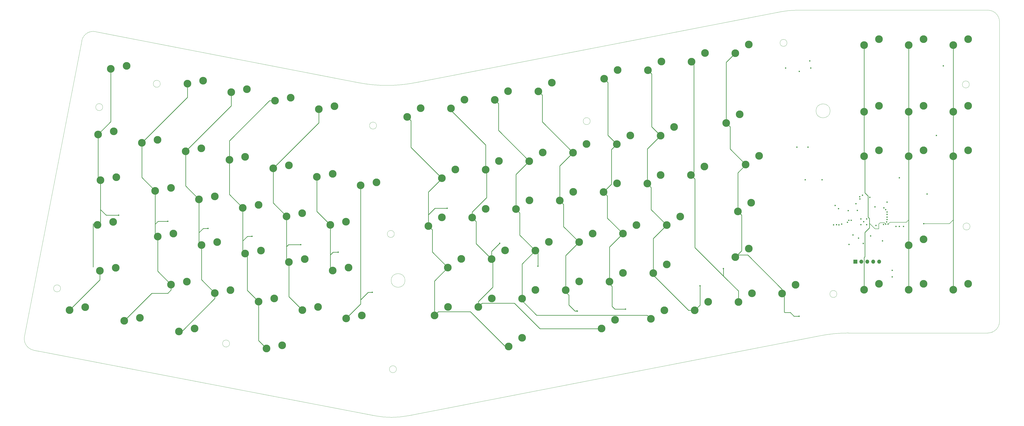
<source format=gbr>
%TF.GenerationSoftware,KiCad,Pcbnew,8.0.4*%
%TF.CreationDate,2024-08-17T15:03:33+09:00*%
%TF.ProjectId,ttaelgam,74746165-6c67-4616-9d2e-6b696361645f,rev?*%
%TF.SameCoordinates,Original*%
%TF.FileFunction,Copper,L2,Inr*%
%TF.FilePolarity,Positive*%
%FSLAX46Y46*%
G04 Gerber Fmt 4.6, Leading zero omitted, Abs format (unit mm)*
G04 Created by KiCad (PCBNEW 8.0.4) date 2024-08-17 15:03:33*
%MOMM*%
%LPD*%
G01*
G04 APERTURE LIST*
%TA.AperFunction,ComponentPad*%
%ADD10C,3.300000*%
%TD*%
%TA.AperFunction,ComponentPad*%
%ADD11R,1.700000X1.700000*%
%TD*%
%TA.AperFunction,ComponentPad*%
%ADD12O,1.700000X1.700000*%
%TD*%
%TA.AperFunction,ViaPad*%
%ADD13C,0.600000*%
%TD*%
%TA.AperFunction,Conductor*%
%ADD14C,0.250000*%
%TD*%
%TA.AperFunction,Conductor*%
%ADD15C,0.200000*%
%TD*%
%TA.AperFunction,Profile*%
%ADD16C,0.050000*%
%TD*%
G04 APERTURE END LIST*
D10*
%TO.N,COL1*%
%TO.C,MX52*%
X158488922Y-230633419D03*
%TO.N,Net-(D52-A)*%
X165206910Y-229351723D03*
%TD*%
%TO.N,COL1*%
%TO.C,MX2*%
X171211112Y-165183426D03*
%TO.N,Net-(D2-A)*%
X177929100Y-163901730D03*
%TD*%
%TO.N,COL4*%
%TO.C,MX55*%
X214588916Y-241538153D03*
%TO.N,Net-(D55-A)*%
X221306904Y-240256457D03*
%TD*%
%TO.N,COL1*%
%TO.C,MX18*%
X151733747Y-190507239D03*
%TO.N,Net-(D18-A)*%
X158451735Y-189225543D03*
%TD*%
%TO.N,COL5*%
%TO.C,MX24*%
X279896559Y-205592121D03*
%TO.N,Net-(D24-A)*%
X285645236Y-201887151D03*
%TD*%
%TO.N,COL17*%
%TO.C,MX69*%
X239004001Y-265690518D03*
%TO.N,Net-(D69-A)*%
X245721989Y-264408822D03*
%TD*%
%TO.N,COL2*%
%TO.C,MX66*%
X182904008Y-254785783D03*
%TO.N,Net-(D66-A)*%
X189621996Y-253504087D03*
%TD*%
%TO.N,COL7*%
%TO.C,MX84*%
X369236195Y-265852467D03*
%TO.N,Net-(D84-A)*%
X374984872Y-262147497D03*
%TD*%
%TO.N,COL6*%
%TO.C,MX58*%
X301191380Y-240265933D03*
%TO.N,Net-(D58-A)*%
X306940057Y-236560963D03*
%TD*%
%TO.N,COL0*%
%TO.C,MX64*%
X133816513Y-245244141D03*
%TO.N,Net-(D64-A)*%
X140534501Y-243962445D03*
%TD*%
%TO.N,COL0*%
%TO.C,MX78*%
X120831603Y-262126683D03*
%TO.N,Net-(D78-A)*%
X127549591Y-260844987D03*
%TD*%
%TO.N,COL8*%
%TO.C,MX73*%
X332876288Y-253513564D03*
%TO.N,Net-(D73-A)*%
X338624965Y-249808594D03*
%TD*%
%TO.N,COL9*%
%TO.C,MX61*%
X357291373Y-229361199D03*
%TO.N,Net-(D61-A)*%
X363040050Y-225656229D03*
%TD*%
%TO.N,COL12*%
%TO.C,MX63*%
X406378868Y-219819557D03*
%TO.N,Net-(D63-A)*%
X412127545Y-216114587D03*
%TD*%
%TO.N,COL14*%
%TO.C,MX89*%
X479407648Y-253416553D03*
%TO.N,Net-(D89-A)*%
X485757648Y-250876553D03*
%TD*%
%TO.N,COL16*%
%TO.C,MX22*%
X226533738Y-205046885D03*
%TO.N,Net-(D22-A)*%
X233251726Y-203765189D03*
%TD*%
%TO.N,COL9*%
%TO.C,MX44*%
X348981462Y-211569929D03*
%TO.N,Net-(D44-A)*%
X354730139Y-207864959D03*
%TD*%
%TO.N,COL3*%
%TO.C,MX67*%
X201604005Y-258420695D03*
%TO.N,Net-(D67-A)*%
X208321993Y-257138999D03*
%TD*%
%TO.N,COL9*%
%TO.C,MX74*%
X351576286Y-249878653D03*
%TO.N,Net-(D74-A)*%
X357324963Y-246173683D03*
%TD*%
%TO.N,COL2*%
%TO.C,MX36*%
X176148832Y-214659604D03*
%TO.N,Net-(D36-A)*%
X182866820Y-213377908D03*
%TD*%
%TO.N,COL16*%
%TO.C,MX39*%
X232248825Y-225564338D03*
%TO.N,Net-(D39-A)*%
X238966813Y-224282642D03*
%TD*%
%TO.N,COL13*%
%TO.C,MX88*%
X460357648Y-253416553D03*
%TO.N,Net-(D88-A)*%
X466707648Y-250876553D03*
%TD*%
%TO.N,COL2*%
%TO.C,MX19*%
X170433744Y-194142151D03*
%TO.N,Net-(D19-A)*%
X177151732Y-192860455D03*
%TD*%
%TO.N,COL2*%
%TO.C,MX3*%
X189911110Y-168818338D03*
%TO.N,Net-(D3-A)*%
X196629098Y-167536642D03*
%TD*%
%TO.N,COL6*%
%TO.C,MX71*%
X295476292Y-260783387D03*
%TO.N,Net-(D71-A)*%
X301224969Y-257078417D03*
%TD*%
%TO.N,COL8*%
%TO.C,MX27*%
X335996552Y-194687387D03*
%TO.N,Net-(D27-A)*%
X341745229Y-190982417D03*
%TD*%
%TO.N,COL4*%
%TO.C,MX5*%
X227311105Y-176088160D03*
%TO.N,Net-(D5-A)*%
X234029093Y-174806464D03*
%TD*%
%TO.N,COL12*%
%TO.C,MX76*%
X405338779Y-239428282D03*
%TO.N,Net-(D76-A)*%
X411087456Y-235723312D03*
%TD*%
%TO.N,COL8*%
%TO.C,MX9*%
X321194186Y-168454846D03*
%TO.N,Net-(D9-A)*%
X326942863Y-164749876D03*
%TD*%
%TO.N,COL12*%
%TO.C,MX13*%
X405344176Y-152097745D03*
%TO.N,Net-(D13-A)*%
X411092853Y-148392775D03*
%TD*%
%TO.N,COL4*%
%TO.C,MX21*%
X207833740Y-201411973D03*
%TO.N,Net-(D21-A)*%
X214551728Y-200130277D03*
%TD*%
%TO.N,COL15*%
%TO.C,MX33*%
X498457648Y-177216553D03*
%TO.N,Net-(D33-A)*%
X504807648Y-174676553D03*
%TD*%
%TO.N,COL7*%
%TO.C,MX26*%
X317296554Y-198322298D03*
%TO.N,Net-(D26-A)*%
X323045231Y-194617328D03*
%TD*%
%TO.N,COL11*%
%TO.C,MX12*%
X386644179Y-155732656D03*
%TO.N,Net-(D12-A)*%
X392392856Y-152027686D03*
%TD*%
%TO.N,COL15*%
%TO.C,MX16*%
X498457648Y-148641553D03*
%TO.N,Net-(D16-A)*%
X504807648Y-146101553D03*
%TD*%
%TO.N,COL0*%
%TO.C,MX34*%
X134073837Y-206481054D03*
%TO.N,Net-(D34-A)*%
X140791825Y-205199358D03*
%TD*%
%TO.N,COL5*%
%TO.C,MX40*%
X274181471Y-226109575D03*
%TO.N,Net-(D40-A)*%
X279930148Y-222404605D03*
%TD*%
%TO.N,COL5*%
%TO.C,MX82*%
X308461202Y-277665929D03*
%TO.N,Net-(D82-A)*%
X314209879Y-273960959D03*
%TD*%
%TO.N,COL8*%
%TO.C,MX43*%
X330281465Y-215204840D03*
%TO.N,Net-(D43-A)*%
X336030142Y-211499870D03*
%TD*%
%TO.N,COL12*%
%TO.C,MX30*%
X401446545Y-181965197D03*
%TO.N,Net-(D30-A)*%
X407195222Y-178260227D03*
%TD*%
%TO.N,COL6*%
%TO.C,MX7*%
X283794190Y-175724669D03*
%TO.N,Net-(D7-A)*%
X289542867Y-172019699D03*
%TD*%
%TO.N,COL4*%
%TO.C,MX68*%
X220304003Y-262055606D03*
%TO.N,Net-(D68-A)*%
X227021991Y-260773910D03*
%TD*%
%TO.N,COL0*%
%TO.C,MX17*%
X133033749Y-186872328D03*
%TO.N,Net-(D17-A)*%
X139751737Y-185590632D03*
%TD*%
%TO.N,COL1*%
%TO.C,MX35*%
X157448834Y-211024693D03*
%TO.N,Net-(D35-A)*%
X164166822Y-209742997D03*
%TD*%
%TO.N,COL3*%
%TO.C,MX4*%
X208611108Y-172453249D03*
%TO.N,Net-(D4-A)*%
X215329096Y-171171553D03*
%TD*%
%TO.N,COL7*%
%TO.C,MX8*%
X302494188Y-172089757D03*
%TO.N,Net-(D8-A)*%
X308242865Y-168384787D03*
%TD*%
%TO.N,COL0*%
%TO.C,MX1*%
X138486116Y-158822331D03*
%TO.N,Net-(D1-A)*%
X145204104Y-157540635D03*
%TD*%
%TO.N,COL14*%
%TO.C,MX49*%
X479407648Y-196266553D03*
%TO.N,Net-(D49-A)*%
X485757648Y-193726553D03*
%TD*%
D11*
%TO.N,GND*%
%TO.C,J3*%
X456634740Y-241390260D03*
D12*
%TO.N,+3V3*%
X459174740Y-241390260D03*
%TO.N,RESET*%
X461714739Y-241390260D03*
%TO.N,SWD*%
X464254740Y-241390260D03*
%TO.N,SWC*%
X466794740Y-241390260D03*
%TD*%
D10*
%TO.N,COL6*%
%TO.C,MX83*%
X348198698Y-269941742D03*
%TO.N,Net-(D83-A)*%
X353947375Y-266236772D03*
%TD*%
%TO.N,COL13*%
%TO.C,MX48*%
X460357648Y-196266553D03*
%TO.N,Net-(D48-A)*%
X466707648Y-193726553D03*
%TD*%
%TO.N,COL10*%
%TO.C,MX62*%
X375991371Y-225726288D03*
%TO.N,Net-(D62-A)*%
X381740048Y-222021318D03*
%TD*%
%TO.N,COL10*%
%TO.C,MX75*%
X370276283Y-246243741D03*
%TO.N,Net-(D75-A)*%
X376024960Y-242538771D03*
%TD*%
%TO.N,COL6*%
%TO.C,MX25*%
X298596556Y-201957210D03*
%TO.N,Net-(D25-A)*%
X304345233Y-198252240D03*
%TD*%
%TO.N,COL14*%
%TO.C,MX32*%
X479407648Y-177216553D03*
%TO.N,Net-(D32-A)*%
X485757648Y-174676553D03*
%TD*%
%TO.N,COL14*%
%TO.C,MX15*%
X479407648Y-148641553D03*
%TO.N,Net-(D15-A)*%
X485757648Y-146101553D03*
%TD*%
%TO.N,COL6*%
%TO.C,MX41*%
X292881469Y-222474663D03*
%TO.N,Net-(D41-A)*%
X298630146Y-218769693D03*
%TD*%
%TO.N,COL11*%
%TO.C,MX86*%
X406636191Y-258582644D03*
%TO.N,Net-(D86-A)*%
X412384868Y-254877674D03*
%TD*%
%TO.N,COL8*%
%TO.C,MX60*%
X338591375Y-232996110D03*
%TO.N,Net-(D60-A)*%
X344340052Y-229291140D03*
%TD*%
%TO.N,COL9*%
%TO.C,MX10*%
X349244183Y-163002479D03*
%TO.N,Net-(D10-A)*%
X354992860Y-159297509D03*
%TD*%
%TO.N,COL3*%
%TO.C,MX81*%
X204981593Y-278483784D03*
%TO.N,Net-(D81-A)*%
X211699581Y-277202088D03*
%TD*%
%TO.N,COL1*%
%TO.C,MX65*%
X164204010Y-251150872D03*
%TO.N,Net-(D65-A)*%
X170921998Y-249869176D03*
%TD*%
%TO.N,COL13*%
%TO.C,MX14*%
X460357648Y-148641553D03*
%TO.N,Net-(D14-A)*%
X466707648Y-146101553D03*
%TD*%
%TO.N,COL4*%
%TO.C,MX38*%
X213548828Y-221929427D03*
%TO.N,Net-(D38-A)*%
X220266816Y-220647731D03*
%TD*%
%TO.N,COL11*%
%TO.C,MX46*%
X386381458Y-204300106D03*
%TO.N,Net-(D46-A)*%
X392130135Y-200595136D03*
%TD*%
%TO.N,COL2*%
%TO.C,MX53*%
X177188920Y-234268330D03*
%TO.N,Net-(D53-A)*%
X183906908Y-232986634D03*
%TD*%
%TO.N,COL10*%
%TO.C,MX29*%
X373396548Y-187417564D03*
%TO.N,Net-(D29-A)*%
X379145225Y-183712594D03*
%TD*%
%TO.N,COL17*%
%TO.C,MX23*%
X245233736Y-208681796D03*
%TO.N,Net-(D23-A)*%
X251951724Y-207400100D03*
%TD*%
%TO.N,COL13*%
%TO.C,MX31*%
X460357648Y-177216553D03*
%TO.N,Net-(D31-A)*%
X466707648Y-174676553D03*
%TD*%
%TO.N,COL3*%
%TO.C,MX37*%
X194848830Y-218294516D03*
%TO.N,Net-(D37-A)*%
X201566818Y-217012820D03*
%TD*%
%TO.N,COL7*%
%TO.C,MX42*%
X311581467Y-218839752D03*
%TO.N,Net-(D42-A)*%
X317330144Y-215134782D03*
%TD*%
%TO.N,COL15*%
%TO.C,MX90*%
X498457648Y-253416553D03*
%TO.N,Net-(D90-A)*%
X504807648Y-250876553D03*
%TD*%
%TO.N,COL10*%
%TO.C,MX45*%
X367681460Y-207935018D03*
%TO.N,Net-(D45-A)*%
X373430137Y-204230048D03*
%TD*%
%TO.N,COL3*%
%TO.C,MX20*%
X189133742Y-197777062D03*
%TO.N,Net-(D20-A)*%
X195851730Y-196495366D03*
%TD*%
%TO.N,COL10*%
%TO.C,MX85*%
X387936193Y-262217556D03*
%TO.N,Net-(D85-A)*%
X393684870Y-258512586D03*
%TD*%
%TO.N,COL15*%
%TO.C,MX50*%
X498457648Y-196266553D03*
%TO.N,Net-(D50-A)*%
X504807648Y-193726553D03*
%TD*%
%TO.N,COL3*%
%TO.C,MX54*%
X195888918Y-237903241D03*
%TO.N,Net-(D54-A)*%
X202606906Y-236621545D03*
%TD*%
%TO.N,COL10*%
%TO.C,MX11*%
X367944181Y-159367567D03*
%TO.N,Net-(D11-A)*%
X373692858Y-155662597D03*
%TD*%
%TO.N,COL2*%
%TO.C,MX80*%
X167581598Y-271213962D03*
%TO.N,Net-(D80-A)*%
X174299586Y-269932266D03*
%TD*%
%TO.N,COL9*%
%TO.C,MX28*%
X354696550Y-191052476D03*
%TO.N,Net-(D28-A)*%
X360445227Y-187347506D03*
%TD*%
%TO.N,COL5*%
%TO.C,MX57*%
X282491382Y-243900845D03*
%TO.N,Net-(D57-A)*%
X288240059Y-240195875D03*
%TD*%
%TO.N,COL7*%
%TO.C,MX59*%
X319891378Y-236631022D03*
%TO.N,Net-(D59-A)*%
X325640055Y-232926052D03*
%TD*%
%TO.N,COL12*%
%TO.C,MX47*%
X409756455Y-199756467D03*
%TO.N,Net-(D47-A)*%
X415505132Y-196051497D03*
%TD*%
%TO.N,COL5*%
%TO.C,MX6*%
X265094193Y-179359580D03*
%TO.N,Net-(D6-A)*%
X270842870Y-175654610D03*
%TD*%
%TO.N,COL1*%
%TO.C,MX79*%
X144206600Y-266670323D03*
%TO.N,Net-(D79-A)*%
X150924588Y-265388627D03*
%TD*%
%TO.N,COL16*%
%TO.C,MX56*%
X233288914Y-245173064D03*
%TO.N,Net-(D56-A)*%
X240006902Y-243891368D03*
%TD*%
%TO.N,COL5*%
%TO.C,MX70*%
X276776294Y-264418298D03*
%TO.N,Net-(D70-A)*%
X282524971Y-260713328D03*
%TD*%
%TO.N,COL14*%
%TO.C,MX77*%
X479407648Y-234366553D03*
%TO.N,Net-(D77-A)*%
X485757648Y-231826553D03*
%TD*%
%TO.N,COL7*%
%TO.C,MX72*%
X314176290Y-257148475D03*
%TO.N,Net-(D72-A)*%
X319924967Y-253443505D03*
%TD*%
%TO.N,COL0*%
%TO.C,MX51*%
X132776425Y-225635415D03*
%TO.N,Net-(D51-A)*%
X139494413Y-224353719D03*
%TD*%
%TO.N,COL12*%
%TO.C,MX87*%
X425336189Y-254947733D03*
%TO.N,Net-(D87-A)*%
X431084866Y-251242763D03*
%TD*%
D13*
%TO.N,GND*%
X487282183Y-212382268D03*
X448009740Y-217296311D03*
X468658261Y-225446311D03*
X468184740Y-232490260D03*
X453609740Y-219496311D03*
X449395526Y-218682097D03*
X459019480Y-225486571D03*
X437109740Y-155396311D03*
X461419480Y-225486571D03*
X460219460Y-224286581D03*
X432628506Y-159939774D03*
X459992629Y-233595167D03*
X461419480Y-223086571D03*
X458484740Y-213615260D03*
X456834740Y-216565260D03*
X463159740Y-230319244D03*
X470209740Y-215896311D03*
X465009740Y-217896311D03*
X453909740Y-234015260D03*
X459019480Y-223086571D03*
%TO.N,+3V3*%
X459682648Y-212940260D03*
X455619480Y-229886571D03*
X458534740Y-214515260D03*
%TO.N,+1V1*%
X462809740Y-213840260D03*
X457509740Y-219465260D03*
X457934740Y-231315260D03*
%TO.N,ROW0*%
X494209740Y-157496311D03*
X477209740Y-226296311D03*
X437609740Y-158496311D03*
X426809740Y-158496311D03*
%TO.N,ROW1*%
X431609740Y-192296311D03*
X491209740Y-187296311D03*
X436409740Y-192296311D03*
X475409740Y-226296311D03*
%TO.N,ROW2*%
X474009740Y-226296311D03*
X475409740Y-205496311D03*
X442409740Y-206296311D03*
X435209740Y-206296311D03*
%TO.N,ROW5*%
X472409740Y-247896311D03*
X472409740Y-245096311D03*
%TO.N,COL0*%
X454809740Y-223696311D03*
X141809740Y-221496311D03*
%TO.N,COL1*%
X453809740Y-223696311D03*
X162809740Y-224096311D03*
%TO.N,COL2*%
X453209740Y-224496311D03*
X180009740Y-227096311D03*
%TO.N,COL3*%
X450809740Y-225296311D03*
X198809740Y-230496311D03*
%TO.N,COL4*%
X219609740Y-234096311D03*
X449573864Y-225615030D03*
%TO.N,COL5*%
X468809740Y-218296311D03*
X282209740Y-218496311D03*
%TO.N,COL6*%
X469609740Y-219096311D03*
X304609740Y-233496311D03*
%TO.N,COL7*%
X470209740Y-220096311D03*
X321009740Y-243296311D03*
%TO.N,COL8*%
X470209740Y-221096311D03*
X337809740Y-262496311D03*
%TO.N,COL9*%
X470209740Y-222296311D03*
X358409740Y-261696311D03*
%TO.N,COL10*%
X470209740Y-223296311D03*
X390209740Y-251696311D03*
%TO.N,COL11*%
X400209740Y-244296311D03*
X470009740Y-224296311D03*
%TO.N,COL12*%
X432609740Y-264696311D03*
X465409740Y-225896311D03*
%TO.N,COL13*%
X469609740Y-225296311D03*
%TO.N,COL14*%
X470609740Y-225296311D03*
%TO.N,COL15*%
X485809740Y-225096311D03*
%TO.N,COL16*%
X235609740Y-237296311D03*
X448609740Y-225496311D03*
%TO.N,COL17*%
X250209740Y-254496311D03*
X447332442Y-225573609D03*
%TD*%
D14*
%TO.N,COL0*%
X130909740Y-225111992D02*
X130909740Y-243680630D01*
X133816513Y-249141773D02*
X120831603Y-262126683D01*
X136473837Y-221496311D02*
X141809740Y-221496311D01*
X134073837Y-206481054D02*
X134073837Y-219096311D01*
X134073837Y-224338003D02*
X132776425Y-225635415D01*
X132776425Y-244204053D02*
X133816513Y-245244141D01*
X133033749Y-186872328D02*
X133033749Y-205440966D01*
X138486116Y-181419961D02*
X133033749Y-186872328D01*
X138486116Y-158822331D02*
X138486116Y-181419961D01*
X134073837Y-219096311D02*
X134073837Y-224338003D01*
X133033749Y-205440966D02*
X134073837Y-206481054D01*
X134073837Y-219096311D02*
X136473837Y-221496311D01*
X133816513Y-245244141D02*
X133816513Y-249141773D01*
%TO.N,COL1*%
X157448834Y-225296311D02*
X157448834Y-229593331D01*
X157448834Y-211024693D02*
X157448834Y-225296311D01*
X151733747Y-205309606D02*
X157448834Y-211024693D01*
X171211112Y-171029874D02*
X151733747Y-190507239D01*
X151733747Y-190507239D02*
X151733747Y-205309606D01*
X157448834Y-229593331D02*
X158488922Y-230633419D01*
X158648834Y-224096311D02*
X162809740Y-224096311D01*
X162786057Y-254902277D02*
X155974646Y-254902277D01*
X157448834Y-225296311D02*
X158648834Y-224096311D01*
X164204010Y-251150872D02*
X164204010Y-253484324D01*
X171211112Y-165183426D02*
X171211112Y-171029874D01*
X155974646Y-254902277D02*
X144206600Y-266670323D01*
X158488922Y-245435784D02*
X164204010Y-251150872D01*
X158488922Y-230633419D02*
X158488922Y-245435784D01*
X164204010Y-253484324D02*
X162786057Y-254902277D01*
%TO.N,COL2*%
X177948832Y-227096311D02*
X180009740Y-227096311D01*
X170433744Y-208944516D02*
X176148832Y-214659604D01*
X189911110Y-168818338D02*
X189911110Y-174664785D01*
X176148832Y-228896311D02*
X176148832Y-233228242D01*
X182904008Y-257119235D02*
X168809281Y-271213962D01*
X170433744Y-194142151D02*
X170433744Y-208944516D01*
X176148832Y-233228242D02*
X177188920Y-234268330D01*
X177188920Y-249070695D02*
X182904008Y-254785783D01*
X168809281Y-271213962D02*
X167581598Y-271213962D01*
X182904008Y-254785783D02*
X182904008Y-257119235D01*
X176148832Y-214659604D02*
X176148832Y-228896311D01*
X189911110Y-174664785D02*
X170433744Y-194142151D01*
X176148832Y-228896311D02*
X177948832Y-227096311D01*
X177188920Y-234268330D02*
X177188920Y-249070695D01*
%TO.N,COL3*%
X194848830Y-218294516D02*
X194848830Y-232496311D01*
X196848830Y-230496311D02*
X198809740Y-230496311D01*
X196775363Y-238789686D02*
X196775363Y-253592053D01*
X189133742Y-212579428D02*
X194848830Y-218294516D01*
X194848830Y-232496311D02*
X196848830Y-230496311D01*
X195888918Y-237903241D02*
X196775363Y-238789686D01*
X189133742Y-189597163D02*
X189133742Y-197777062D01*
X201604005Y-275106196D02*
X204981593Y-278483784D01*
X189133742Y-197777062D02*
X189133742Y-212579428D01*
X194848830Y-236863153D02*
X195888918Y-237903241D01*
X196775363Y-253592053D02*
X201604005Y-258420695D01*
X201604005Y-258420695D02*
X201604005Y-275106196D01*
X206277656Y-172453249D02*
X189133742Y-189597163D01*
X208611108Y-172453249D02*
X206277656Y-172453249D01*
X194848830Y-232496311D02*
X194848830Y-236863153D01*
%TO.N,COL4*%
X213548828Y-221929427D02*
X213548828Y-234896311D01*
X213548828Y-234896311D02*
X214348828Y-234096311D01*
X207833740Y-216214339D02*
X213548828Y-221929427D01*
X213548828Y-234896311D02*
X213548828Y-240498065D01*
X214348828Y-234096311D02*
X219609740Y-234096311D01*
X227311105Y-181934608D02*
X207833740Y-201411973D01*
X214588916Y-256340519D02*
X220304003Y-262055606D01*
X213548828Y-240498065D02*
X214588916Y-241538153D01*
X214588916Y-241538153D02*
X214588916Y-256340519D01*
X227311105Y-176088160D02*
X227311105Y-181934608D01*
X207833740Y-201411973D02*
X207833740Y-216214339D01*
%TO.N,COL5*%
X275831471Y-237240934D02*
X282491382Y-243900845D01*
X275831471Y-227759575D02*
X275831471Y-237240934D01*
X266744193Y-192439755D02*
X279896559Y-205592121D01*
X276776294Y-264418298D02*
X278426294Y-262768298D01*
X306979358Y-277665929D02*
X308461202Y-277665929D01*
X266744193Y-181009580D02*
X266744193Y-192439755D01*
X278426294Y-262768298D02*
X292081727Y-262768298D01*
X274181471Y-211513091D02*
X274181471Y-221296311D01*
X292081727Y-262768298D02*
X306979358Y-277665929D01*
X274181471Y-221296311D02*
X276981471Y-218496311D01*
X274181471Y-226109575D02*
X275831471Y-227759575D01*
X265094193Y-179359580D02*
X266744193Y-181009580D01*
X274181471Y-221296311D02*
X274181471Y-226109575D01*
X276981471Y-218496311D02*
X282209740Y-218496311D01*
X279896559Y-205798003D02*
X274181471Y-211513091D01*
X276776294Y-249615933D02*
X276776294Y-264418298D01*
X279896559Y-205592121D02*
X279896559Y-205798003D01*
X282491382Y-243900845D02*
X276776294Y-249615933D01*
%TO.N,COL6*%
X301191380Y-236914671D02*
X304609740Y-233496311D01*
X294531469Y-233606022D02*
X301191380Y-240265933D01*
X301191380Y-240265933D02*
X301191380Y-236914671D01*
X283794190Y-176616497D02*
X298596556Y-191418863D01*
X294531469Y-224124663D02*
X294531469Y-233606022D01*
X299084544Y-213938136D02*
X292881469Y-220141211D01*
X292881469Y-222474663D02*
X294531469Y-224124663D01*
X321858686Y-270096311D02*
X348044129Y-270096311D01*
X297126292Y-259133387D02*
X310895762Y-259133387D01*
X348044129Y-270096311D02*
X348198698Y-269941742D01*
X310895762Y-259133387D02*
X321858686Y-270096311D01*
X301679368Y-240753921D02*
X301679368Y-252246859D01*
X299084544Y-202445198D02*
X299084544Y-213938136D01*
X283794190Y-175724669D02*
X283794190Y-176616497D01*
X301191380Y-240265933D02*
X301679368Y-240753921D01*
X301679368Y-252246859D02*
X295476292Y-258449935D01*
X298596556Y-201957210D02*
X299084544Y-202445198D01*
X295476292Y-258449935D02*
X295476292Y-260783387D01*
X292881469Y-220141211D02*
X292881469Y-222474663D01*
X295476292Y-260783387D02*
X297126292Y-259133387D01*
X298596556Y-191418863D02*
X298596556Y-201957210D01*
%TO.N,COL7*%
X321009740Y-237749384D02*
X321009740Y-242896311D01*
X311581467Y-218839752D02*
X313231467Y-220489752D01*
X319891378Y-236631022D02*
X314176290Y-242346110D01*
X311581467Y-204037385D02*
X311581467Y-218839752D01*
X321009740Y-242896311D02*
X321009740Y-243296311D01*
X320397759Y-264261772D02*
X367645500Y-264261772D01*
X302494188Y-172089757D02*
X304144188Y-173739757D01*
X317296554Y-198322298D02*
X311581467Y-204037385D01*
X304144188Y-185169932D02*
X317296554Y-198322298D01*
X313231467Y-229971111D02*
X319891378Y-236631022D01*
X314176290Y-257148475D02*
X314176290Y-258040303D01*
X367645500Y-264261772D02*
X369236195Y-265852467D01*
X313231467Y-220489752D02*
X313231467Y-229971111D01*
X314176290Y-258040303D02*
X320397759Y-264261772D01*
X304144188Y-173739757D02*
X304144188Y-185169932D01*
X319891378Y-236631022D02*
X321009740Y-237749384D01*
X314176290Y-242346110D02*
X314176290Y-257148475D01*
%TO.N,COL8*%
X321194186Y-168454846D02*
X322844186Y-170104846D01*
X330281465Y-215204840D02*
X331931465Y-216854840D01*
X335996552Y-194687387D02*
X330281465Y-200402474D01*
X331931465Y-216854840D02*
X331931465Y-226336200D01*
X334209740Y-255696311D02*
X334209740Y-259896311D01*
X336809740Y-262496311D02*
X337809740Y-262496311D01*
X332876288Y-238711197D02*
X332876288Y-253513564D01*
X322844186Y-170104846D02*
X322844186Y-181535021D01*
X332876288Y-254362859D02*
X334209740Y-255696311D01*
X334209740Y-259896311D02*
X336809740Y-262496311D01*
X332876288Y-253513564D02*
X332876288Y-254362859D01*
X338591375Y-232996110D02*
X332876288Y-238711197D01*
X330281465Y-200402474D02*
X330281465Y-215204840D01*
X322844186Y-181535021D02*
X335996552Y-194687387D01*
X331931465Y-226336200D02*
X338591375Y-232996110D01*
%TO.N,COL9*%
X349244183Y-163002479D02*
X350894183Y-164652479D01*
X348981462Y-211569929D02*
X350631462Y-213219929D01*
X350631462Y-222701288D02*
X357291373Y-229361199D01*
X354696550Y-191052476D02*
X352409740Y-193339286D01*
X350631462Y-213219929D02*
X350631462Y-222701288D01*
X352609740Y-260496311D02*
X353809740Y-261696311D01*
X357291373Y-229361199D02*
X351576286Y-235076286D01*
X351576286Y-249878653D02*
X351576286Y-250862857D01*
X352409740Y-208141651D02*
X348981462Y-211569929D01*
X351576286Y-235076286D02*
X351576286Y-249878653D01*
X350894183Y-164652479D02*
X350894183Y-187250109D01*
X352409740Y-193339286D02*
X352409740Y-208141651D01*
X351576286Y-250862857D02*
X352609740Y-251896311D01*
X350894183Y-187250109D02*
X354696550Y-191052476D01*
X352609740Y-251896311D02*
X352609740Y-260496311D01*
X353809740Y-261696311D02*
X358409740Y-261696311D01*
%TO.N,COL10*%
X390209740Y-259944009D02*
X390209740Y-251696311D01*
X385358270Y-262217556D02*
X387936193Y-262217556D01*
X375991371Y-225726288D02*
X370276283Y-231441376D01*
X367944181Y-159367567D02*
X369594181Y-161017567D01*
X369331460Y-219066377D02*
X375991371Y-225726288D01*
X373396548Y-187417564D02*
X367681460Y-193132652D01*
X369594181Y-183615197D02*
X373396548Y-187417564D01*
X369594181Y-161017567D02*
X369594181Y-183615197D01*
X370276283Y-246243741D02*
X370276283Y-247135569D01*
X369331460Y-209585018D02*
X369331460Y-219066377D01*
X370276283Y-231441376D02*
X370276283Y-246243741D01*
X370276283Y-247135569D02*
X385358270Y-262217556D01*
X367681460Y-207935018D02*
X369331460Y-209585018D01*
X367681460Y-193132652D02*
X367681460Y-207935018D01*
X387936193Y-262217556D02*
X390209740Y-259944009D01*
%TO.N,COL11*%
X388031458Y-235318029D02*
X401509740Y-248796311D01*
X401509740Y-248796311D02*
X406636191Y-253922762D01*
X386644179Y-155732656D02*
X387609740Y-156698217D01*
X406636191Y-253922762D02*
X406636191Y-258582644D01*
X386381458Y-204300106D02*
X388031458Y-205950106D01*
X387609740Y-156698217D02*
X387609740Y-203071824D01*
X388031458Y-205950106D02*
X388031458Y-235318029D01*
X387609740Y-203071824D02*
X386381458Y-204300106D01*
X401509740Y-248796311D02*
X400209740Y-247496311D01*
X400209740Y-247496311D02*
X400209740Y-244296311D01*
%TO.N,COL12*%
X406378868Y-203339936D02*
X406378868Y-219819557D01*
X410609740Y-238496311D02*
X425336189Y-253222760D01*
X401446545Y-155995376D02*
X401446545Y-181965197D01*
X426209740Y-262896311D02*
X426409740Y-263096311D01*
X426209740Y-255821284D02*
X426209740Y-262896311D01*
X401446545Y-181965197D02*
X403096545Y-183615197D01*
X405344176Y-152097745D02*
X401446545Y-155995376D01*
X406378868Y-219819557D02*
X408028868Y-221469557D01*
X425336189Y-254947733D02*
X426209740Y-255821284D01*
X409756455Y-199756467D02*
X409756455Y-199962349D01*
X409756455Y-199962349D02*
X406378868Y-203339936D01*
X405338779Y-239428282D02*
X406270750Y-238496311D01*
X406270750Y-238496311D02*
X410609740Y-238496311D01*
X426409740Y-263096311D02*
X428809740Y-263096311D01*
X428809740Y-263096311D02*
X430409740Y-264696311D01*
X403096545Y-183615197D02*
X403096545Y-193096557D01*
X408028868Y-236738193D02*
X405338779Y-239428282D01*
X403096545Y-193096557D02*
X409756455Y-199756467D01*
X408028868Y-221469557D02*
X408028868Y-236738193D01*
X430409740Y-264696311D02*
X432609740Y-264696311D01*
X425336189Y-253222760D02*
X425336189Y-254947733D01*
D15*
%TO.N,COL13*%
X465009740Y-227296311D02*
X462609740Y-224896311D01*
X469609740Y-225296311D02*
X469009740Y-224696311D01*
D14*
X460667629Y-228838422D02*
X460667629Y-239273149D01*
X460667629Y-196576534D02*
X460667629Y-211896311D01*
D15*
X466609740Y-227296311D02*
X465009740Y-227296311D01*
D14*
X460357648Y-196266553D02*
X460667629Y-196576534D01*
X462009740Y-213238422D02*
X462009740Y-222296311D01*
D15*
X469009740Y-224696311D02*
X467209740Y-224696311D01*
D14*
X460357648Y-239583130D02*
X460357648Y-253416553D01*
D15*
X466609740Y-225296311D02*
X466609740Y-227296311D01*
D14*
X462609740Y-222896311D02*
X462609740Y-224896311D01*
D15*
X467209740Y-224696311D02*
X466609740Y-225296311D01*
D14*
X460357648Y-148641553D02*
X460357648Y-177216553D01*
X460667629Y-239273149D02*
X460357648Y-239583130D01*
X462009740Y-222296311D02*
X462609740Y-222896311D01*
X460357648Y-177216553D02*
X460357648Y-196266553D01*
X460667629Y-211896311D02*
X462009740Y-213238422D01*
X462609740Y-224896311D02*
X462609740Y-226896311D01*
X462609740Y-226896311D02*
X460667629Y-228838422D01*
%TO.N,COL14*%
X479407648Y-177216553D02*
X479407648Y-196266553D01*
X479407648Y-148641553D02*
X479407648Y-177216553D01*
X479407648Y-234366553D02*
X479407648Y-253416553D01*
D15*
X479407648Y-223498403D02*
X479407648Y-223496311D01*
D14*
X479407648Y-223496311D02*
X479407648Y-234366553D01*
D15*
X470609740Y-225296311D02*
X471409740Y-224496311D01*
X478409740Y-224496311D02*
X479407648Y-223498403D01*
X471409740Y-224496311D02*
X478409740Y-224496311D01*
D14*
X479407648Y-196266553D02*
X479407648Y-223496311D01*
%TO.N,COL15*%
X498457648Y-253416553D02*
X498457648Y-223496311D01*
D15*
X496857648Y-225096311D02*
X498457648Y-223496311D01*
D14*
X498457648Y-223496311D02*
X498457648Y-196266553D01*
D15*
X485809740Y-225096311D02*
X496857648Y-225096311D01*
D14*
X498457648Y-196266553D02*
X498457648Y-177216553D01*
X498457648Y-177216553D02*
X498457648Y-148641553D01*
%TO.N,COL16*%
X232248825Y-244132975D02*
X233288914Y-245173064D01*
X226533738Y-219849251D02*
X232248825Y-225564338D01*
X226533738Y-205046885D02*
X226533738Y-219849251D01*
X233448825Y-237296311D02*
X235609740Y-237296311D01*
X232248825Y-238496311D02*
X233448825Y-237296311D01*
X232248825Y-238496311D02*
X232248825Y-244132975D01*
X232248825Y-225564338D02*
X232248825Y-238496311D01*
%TO.N,COL17*%
X245233736Y-257696311D02*
X245233736Y-259460783D01*
X245233736Y-208681796D02*
X245233736Y-257696311D01*
X245233736Y-259460783D02*
X239004001Y-265690518D01*
X245233736Y-257696311D02*
X248433736Y-254496311D01*
X248433736Y-254496311D02*
X250209740Y-254496311D01*
%TD*%
%TA.AperFunction,Conductor*%
%TO.N,COL8*%
G36*
X337693671Y-262223134D02*
G01*
X337699049Y-262228993D01*
X337808855Y-262491800D01*
X337808882Y-262500755D01*
X337808855Y-262500822D01*
X337699049Y-262763628D01*
X337692697Y-262769940D01*
X337684752Y-262770281D01*
X337217939Y-262623882D01*
X337211070Y-262618136D01*
X337209740Y-262612718D01*
X337209740Y-262379903D01*
X337213167Y-262371630D01*
X337217936Y-262368740D01*
X337684753Y-262222340D01*
X337693671Y-262223134D01*
G37*
%TD.AperFunction*%
%TD*%
D16*
X518209740Y-265496311D02*
X518209740Y-266896311D01*
X259609740Y-229496311D02*
G75*
G02*
X256609740Y-229496311I-1500000J0D01*
G01*
X256609740Y-229496311D02*
G75*
G02*
X259609740Y-229496311I1500000J0D01*
G01*
X265437832Y-307329325D02*
G75*
G02*
X251379039Y-307342807I-7064232J36319425D01*
G01*
X135009740Y-175196311D02*
G75*
G02*
X132009740Y-175196311I-1500000J0D01*
G01*
X132009740Y-175196311D02*
G75*
G02*
X135009740Y-175196311I1500000J0D01*
G01*
X126058534Y-146810875D02*
G75*
G02*
X131923193Y-142853234I4908866J-950125D01*
G01*
X518209740Y-141696311D02*
X518209740Y-265496311D01*
X513209740Y-133696311D02*
G75*
G02*
X518209689Y-138696311I-40J-4999989D01*
G01*
X108809740Y-279896311D02*
X105509757Y-279252412D01*
X268442894Y-164756920D02*
G75*
G02*
X244377335Y-164753073I-12022894J61842120D01*
G01*
X448709740Y-255196311D02*
G75*
G02*
X445709740Y-255196311I-1500000J0D01*
G01*
X445709740Y-255196311D02*
G75*
G02*
X448709740Y-255196311I1500000J0D01*
G01*
X159609740Y-165196311D02*
G75*
G02*
X156609740Y-165196311I-1500000J0D01*
G01*
X156609740Y-165196311D02*
G75*
G02*
X159609740Y-165196311I1500000J0D01*
G01*
X441651426Y-273055222D02*
X265437832Y-307329325D01*
X431773007Y-133696311D02*
X513209740Y-133696311D01*
X424711961Y-134376322D02*
X268442894Y-164756920D01*
X424711961Y-134376322D02*
G75*
G02*
X431773007Y-133696313I7061039J-36319978D01*
G01*
X518209740Y-266896311D02*
G75*
G02*
X513209740Y-271896340I-5000040J11D01*
G01*
X505609740Y-226296311D02*
G75*
G02*
X502609740Y-226296311I-1500000J0D01*
G01*
X502609740Y-226296311D02*
G75*
G02*
X505609740Y-226296311I1500000J0D01*
G01*
X101558410Y-273394850D02*
X126058534Y-146810875D01*
X513209740Y-271896311D02*
X511809740Y-271896311D01*
X505309740Y-165496311D02*
G75*
G02*
X502309740Y-165496311I-1500000J0D01*
G01*
X502309740Y-165496311D02*
G75*
G02*
X505309740Y-165496311I1500000J0D01*
G01*
X117009740Y-252796311D02*
G75*
G02*
X114009740Y-252796311I-1500000J0D01*
G01*
X114009740Y-252796311D02*
G75*
G02*
X117009740Y-252796311I1500000J0D01*
G01*
X518209740Y-141696311D02*
X518209740Y-138696311D01*
X252009740Y-183096311D02*
G75*
G02*
X249009740Y-183096311I-1500000J0D01*
G01*
X249009740Y-183096311D02*
G75*
G02*
X252009740Y-183096311I1500000J0D01*
G01*
X445809740Y-176796311D02*
G75*
G02*
X439809740Y-176796311I-3000000J0D01*
G01*
X439809740Y-176796311D02*
G75*
G02*
X445809740Y-176796311I3000000J0D01*
G01*
X260509740Y-287396311D02*
G75*
G02*
X257509740Y-287396311I-1500000J0D01*
G01*
X257509740Y-287396311D02*
G75*
G02*
X260509740Y-287396311I1500000J0D01*
G01*
X105509757Y-279252412D02*
G75*
G02*
X101558450Y-273394858I957543J4907412D01*
G01*
X189209740Y-276396311D02*
G75*
G02*
X186209740Y-276396311I-1500000J0D01*
G01*
X186209740Y-276396311D02*
G75*
G02*
X189209740Y-276396311I1500000J0D01*
G01*
X264150828Y-249396311D02*
G75*
G02*
X258268652Y-249396311I-2941088J0D01*
G01*
X258268652Y-249396311D02*
G75*
G02*
X264150828Y-249396311I2941088J0D01*
G01*
X343309740Y-181196311D02*
G75*
G02*
X340309740Y-181196311I-1500000J0D01*
G01*
X340309740Y-181196311D02*
G75*
G02*
X343309740Y-181196311I1500000J0D01*
G01*
X441651426Y-273055222D02*
G75*
G02*
X453679714Y-271896313I12028274J-61841078D01*
G01*
X427409740Y-147696311D02*
G75*
G02*
X424409740Y-147696311I-1500000J0D01*
G01*
X424409740Y-147696311D02*
G75*
G02*
X427409740Y-147696311I1500000J0D01*
G01*
X244377337Y-164753061D02*
X131923203Y-142853183D01*
X251379039Y-307342807D02*
X108809740Y-279896311D01*
X511809740Y-271896311D02*
X453679714Y-271896311D01*
M02*

</source>
